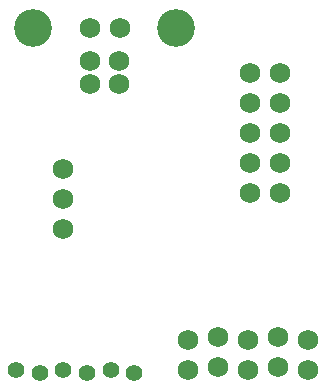
<source format=gbs>
%TF.GenerationSoftware,KiCad,Pcbnew,7.0.8*%
%TF.CreationDate,2024-04-09T21:16:55-04:00*%
%TF.ProjectId,petit-jtag,70657469-742d-46a7-9461-672e6b696361,1.1*%
%TF.SameCoordinates,PX8aadb58PY72b28c8*%
%TF.FileFunction,Soldermask,Bot*%
%TF.FilePolarity,Negative*%
%FSLAX46Y46*%
G04 Gerber Fmt 4.6, Leading zero omitted, Abs format (unit mm)*
G04 Created by KiCad (PCBNEW 7.0.8) date 2024-04-09 21:16:55*
%MOMM*%
%LPD*%
G01*
G04 APERTURE LIST*
%ADD10C,1.727200*%
%ADD11C,3.203200*%
%ADD12C,1.403200*%
G04 APERTURE END LIST*
D10*
X8021000Y27159000D03*
X10521000Y27159000D03*
X10521000Y29159000D03*
X8021000Y29159000D03*
D11*
X3251000Y31869000D03*
X15291000Y31869000D03*
D10*
X5715000Y14859000D03*
X5715000Y17399000D03*
X5715000Y19939000D03*
X16306800Y2921000D03*
X16306800Y5461000D03*
X18846800Y3175000D03*
X18846800Y5715000D03*
X21386800Y2921000D03*
X21386800Y5461000D03*
X23926800Y3175000D03*
X23926800Y5715000D03*
X26466800Y2921000D03*
X26466800Y5461000D03*
D12*
X1778000Y2921000D03*
X3778000Y2667000D03*
X5778000Y2921000D03*
X7778000Y2667000D03*
X9778000Y2921000D03*
X11778000Y2667000D03*
D10*
X21590000Y28067000D03*
X24130000Y28067000D03*
X21590000Y25527000D03*
X24130000Y25527000D03*
X21590000Y22987000D03*
X24130000Y22987000D03*
X21590000Y20447000D03*
X24130000Y20447000D03*
X21590000Y17907000D03*
X24130000Y17907000D03*
X8001000Y31877000D03*
X10541000Y31877000D03*
M02*

</source>
